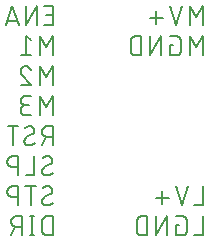
<source format=gbr>
G04 EAGLE Gerber RS-274X export*
G75*
%MOMM*%
%FSLAX34Y34*%
%LPD*%
%INSilkscreen Bottom*%
%IPPOS*%
%AMOC8*
5,1,8,0,0,1.08239X$1,22.5*%
G01*
%ADD10C,0.152400*%


D10*
X182513Y724662D02*
X189738Y724662D01*
X189738Y740918D01*
X182513Y740918D01*
X184319Y733693D02*
X189738Y733693D01*
X176221Y740918D02*
X176221Y724662D01*
X167190Y724662D02*
X176221Y740918D01*
X167190Y740918D02*
X167190Y724662D01*
X160972Y724662D02*
X155553Y740918D01*
X150134Y724662D01*
X151489Y728726D02*
X159617Y728726D01*
X189738Y715518D02*
X189738Y699262D01*
X184319Y706487D02*
X189738Y715518D01*
X184319Y706487D02*
X178901Y715518D01*
X178901Y699262D01*
X171641Y711906D02*
X167125Y715518D01*
X167125Y699262D01*
X171641Y699262D02*
X162609Y699262D01*
X189738Y690118D02*
X189738Y673862D01*
X184319Y681087D02*
X189738Y690118D01*
X184319Y681087D02*
X178901Y690118D01*
X178901Y673862D01*
X166673Y690118D02*
X166548Y690116D01*
X166423Y690110D01*
X166298Y690101D01*
X166174Y690087D01*
X166050Y690070D01*
X165926Y690049D01*
X165804Y690024D01*
X165682Y689995D01*
X165561Y689963D01*
X165441Y689927D01*
X165322Y689887D01*
X165205Y689844D01*
X165089Y689797D01*
X164974Y689746D01*
X164862Y689692D01*
X164750Y689634D01*
X164641Y689574D01*
X164534Y689509D01*
X164428Y689442D01*
X164325Y689371D01*
X164224Y689297D01*
X164125Y689220D01*
X164029Y689140D01*
X163935Y689057D01*
X163844Y688972D01*
X163755Y688883D01*
X163670Y688792D01*
X163587Y688698D01*
X163507Y688602D01*
X163430Y688503D01*
X163356Y688402D01*
X163285Y688299D01*
X163218Y688193D01*
X163153Y688086D01*
X163093Y687977D01*
X163035Y687865D01*
X162981Y687753D01*
X162930Y687638D01*
X162883Y687522D01*
X162840Y687405D01*
X162800Y687286D01*
X162764Y687166D01*
X162732Y687045D01*
X162703Y686923D01*
X162678Y686801D01*
X162657Y686677D01*
X162640Y686553D01*
X162626Y686429D01*
X162617Y686304D01*
X162611Y686179D01*
X162609Y686054D01*
X166673Y690118D02*
X166816Y690116D01*
X166958Y690110D01*
X167101Y690100D01*
X167243Y690087D01*
X167384Y690069D01*
X167526Y690048D01*
X167666Y690023D01*
X167806Y689994D01*
X167945Y689961D01*
X168083Y689924D01*
X168220Y689884D01*
X168355Y689840D01*
X168490Y689792D01*
X168623Y689740D01*
X168755Y689685D01*
X168885Y689626D01*
X169013Y689564D01*
X169140Y689498D01*
X169265Y689429D01*
X169388Y689357D01*
X169509Y689281D01*
X169627Y689202D01*
X169744Y689119D01*
X169858Y689034D01*
X169970Y688945D01*
X170079Y688854D01*
X170186Y688759D01*
X170291Y688662D01*
X170392Y688561D01*
X170491Y688458D01*
X170587Y688353D01*
X170680Y688244D01*
X170770Y688133D01*
X170857Y688020D01*
X170941Y687905D01*
X171021Y687787D01*
X171099Y687667D01*
X171173Y687545D01*
X171243Y687421D01*
X171311Y687295D01*
X171374Y687167D01*
X171435Y687038D01*
X171492Y686907D01*
X171545Y686775D01*
X171594Y686641D01*
X171640Y686506D01*
X163965Y682893D02*
X163871Y682985D01*
X163781Y683079D01*
X163693Y683176D01*
X163608Y683276D01*
X163526Y683378D01*
X163447Y683483D01*
X163372Y683590D01*
X163300Y683699D01*
X163231Y683810D01*
X163165Y683924D01*
X163103Y684039D01*
X163044Y684156D01*
X162989Y684275D01*
X162938Y684395D01*
X162890Y684517D01*
X162845Y684640D01*
X162805Y684764D01*
X162768Y684890D01*
X162735Y685017D01*
X162706Y685144D01*
X162680Y685273D01*
X162659Y685402D01*
X162641Y685532D01*
X162628Y685662D01*
X162618Y685792D01*
X162612Y685923D01*
X162610Y686054D01*
X163964Y682893D02*
X171641Y673862D01*
X162609Y673862D01*
X189738Y664718D02*
X189738Y648462D01*
X184319Y655687D02*
X189738Y664718D01*
X184319Y655687D02*
X178901Y664718D01*
X178901Y648462D01*
X171641Y648462D02*
X167125Y648462D01*
X166992Y648464D01*
X166860Y648470D01*
X166728Y648480D01*
X166596Y648493D01*
X166464Y648511D01*
X166334Y648532D01*
X166203Y648557D01*
X166074Y648586D01*
X165946Y648619D01*
X165818Y648655D01*
X165692Y648695D01*
X165567Y648739D01*
X165443Y648787D01*
X165321Y648838D01*
X165200Y648893D01*
X165081Y648951D01*
X164963Y649013D01*
X164848Y649078D01*
X164734Y649147D01*
X164623Y649218D01*
X164514Y649294D01*
X164407Y649372D01*
X164302Y649453D01*
X164200Y649538D01*
X164100Y649625D01*
X164003Y649715D01*
X163908Y649808D01*
X163817Y649904D01*
X163728Y650002D01*
X163642Y650103D01*
X163559Y650207D01*
X163479Y650313D01*
X163403Y650421D01*
X163329Y650531D01*
X163259Y650644D01*
X163192Y650758D01*
X163129Y650875D01*
X163069Y650993D01*
X163012Y651113D01*
X162959Y651235D01*
X162910Y651358D01*
X162864Y651482D01*
X162822Y651608D01*
X162784Y651735D01*
X162749Y651863D01*
X162718Y651992D01*
X162691Y652121D01*
X162668Y652252D01*
X162648Y652383D01*
X162633Y652515D01*
X162621Y652647D01*
X162613Y652779D01*
X162609Y652912D01*
X162609Y653044D01*
X162613Y653177D01*
X162621Y653309D01*
X162633Y653441D01*
X162648Y653573D01*
X162668Y653704D01*
X162691Y653835D01*
X162718Y653964D01*
X162749Y654093D01*
X162784Y654221D01*
X162822Y654348D01*
X162864Y654474D01*
X162910Y654598D01*
X162959Y654721D01*
X163012Y654843D01*
X163069Y654963D01*
X163129Y655081D01*
X163192Y655198D01*
X163259Y655312D01*
X163329Y655425D01*
X163403Y655535D01*
X163479Y655643D01*
X163559Y655749D01*
X163642Y655853D01*
X163728Y655954D01*
X163817Y656052D01*
X163908Y656148D01*
X164003Y656241D01*
X164100Y656331D01*
X164200Y656418D01*
X164302Y656503D01*
X164407Y656584D01*
X164514Y656662D01*
X164623Y656738D01*
X164734Y656809D01*
X164848Y656878D01*
X164963Y656943D01*
X165081Y657005D01*
X165200Y657063D01*
X165321Y657118D01*
X165443Y657169D01*
X165567Y657217D01*
X165692Y657261D01*
X165818Y657301D01*
X165946Y657337D01*
X166074Y657370D01*
X166203Y657399D01*
X166334Y657424D01*
X166464Y657445D01*
X166596Y657463D01*
X166728Y657476D01*
X166860Y657486D01*
X166992Y657492D01*
X167125Y657494D01*
X166222Y664718D02*
X171641Y664718D01*
X166222Y664718D02*
X166103Y664716D01*
X165983Y664710D01*
X165864Y664700D01*
X165746Y664686D01*
X165627Y664669D01*
X165510Y664647D01*
X165393Y664622D01*
X165278Y664592D01*
X165163Y664559D01*
X165049Y664522D01*
X164937Y664482D01*
X164826Y664437D01*
X164717Y664389D01*
X164609Y664338D01*
X164503Y664283D01*
X164399Y664224D01*
X164297Y664162D01*
X164197Y664097D01*
X164099Y664028D01*
X164003Y663956D01*
X163910Y663881D01*
X163820Y663804D01*
X163732Y663723D01*
X163647Y663639D01*
X163565Y663552D01*
X163485Y663463D01*
X163409Y663371D01*
X163335Y663277D01*
X163265Y663180D01*
X163198Y663082D01*
X163134Y662981D01*
X163074Y662877D01*
X163017Y662772D01*
X162964Y662665D01*
X162914Y662557D01*
X162868Y662447D01*
X162826Y662335D01*
X162787Y662222D01*
X162752Y662108D01*
X162721Y661993D01*
X162693Y661876D01*
X162670Y661759D01*
X162650Y661642D01*
X162634Y661523D01*
X162622Y661404D01*
X162614Y661285D01*
X162610Y661166D01*
X162610Y661046D01*
X162614Y660927D01*
X162622Y660808D01*
X162634Y660689D01*
X162650Y660570D01*
X162670Y660453D01*
X162693Y660336D01*
X162721Y660219D01*
X162752Y660104D01*
X162787Y659990D01*
X162826Y659877D01*
X162868Y659765D01*
X162914Y659655D01*
X162964Y659547D01*
X163017Y659440D01*
X163074Y659335D01*
X163134Y659231D01*
X163198Y659130D01*
X163265Y659032D01*
X163335Y658935D01*
X163409Y658841D01*
X163485Y658749D01*
X163565Y658660D01*
X163647Y658573D01*
X163732Y658489D01*
X163820Y658408D01*
X163910Y658331D01*
X164003Y658256D01*
X164099Y658184D01*
X164197Y658115D01*
X164297Y658050D01*
X164399Y657988D01*
X164503Y657929D01*
X164609Y657874D01*
X164717Y657823D01*
X164826Y657775D01*
X164937Y657730D01*
X165049Y657690D01*
X165163Y657653D01*
X165278Y657620D01*
X165393Y657590D01*
X165510Y657565D01*
X165627Y657543D01*
X165746Y657526D01*
X165864Y657512D01*
X165983Y657502D01*
X166103Y657496D01*
X166222Y657494D01*
X166222Y657493D02*
X169834Y657493D01*
X189738Y639318D02*
X189738Y623062D01*
X189738Y639318D02*
X185222Y639318D01*
X185089Y639316D01*
X184957Y639310D01*
X184825Y639300D01*
X184693Y639287D01*
X184561Y639269D01*
X184431Y639248D01*
X184300Y639223D01*
X184171Y639194D01*
X184043Y639161D01*
X183915Y639125D01*
X183789Y639085D01*
X183664Y639041D01*
X183540Y638993D01*
X183418Y638942D01*
X183297Y638887D01*
X183178Y638829D01*
X183060Y638767D01*
X182945Y638702D01*
X182831Y638633D01*
X182720Y638562D01*
X182611Y638486D01*
X182504Y638408D01*
X182399Y638327D01*
X182297Y638242D01*
X182197Y638155D01*
X182100Y638065D01*
X182005Y637972D01*
X181914Y637876D01*
X181825Y637778D01*
X181739Y637677D01*
X181656Y637573D01*
X181576Y637467D01*
X181500Y637359D01*
X181426Y637249D01*
X181356Y637136D01*
X181289Y637022D01*
X181226Y636905D01*
X181166Y636787D01*
X181109Y636667D01*
X181056Y636545D01*
X181007Y636422D01*
X180961Y636298D01*
X180919Y636172D01*
X180881Y636045D01*
X180846Y635917D01*
X180815Y635788D01*
X180788Y635659D01*
X180765Y635528D01*
X180745Y635397D01*
X180730Y635265D01*
X180718Y635133D01*
X180710Y635001D01*
X180706Y634868D01*
X180706Y634736D01*
X180710Y634603D01*
X180718Y634471D01*
X180730Y634339D01*
X180745Y634207D01*
X180765Y634076D01*
X180788Y633945D01*
X180815Y633816D01*
X180846Y633687D01*
X180881Y633559D01*
X180919Y633432D01*
X180961Y633306D01*
X181007Y633182D01*
X181056Y633059D01*
X181109Y632937D01*
X181166Y632817D01*
X181226Y632699D01*
X181289Y632582D01*
X181356Y632468D01*
X181426Y632355D01*
X181500Y632245D01*
X181576Y632137D01*
X181656Y632031D01*
X181739Y631927D01*
X181825Y631826D01*
X181914Y631728D01*
X182005Y631632D01*
X182100Y631539D01*
X182197Y631449D01*
X182297Y631362D01*
X182399Y631277D01*
X182504Y631196D01*
X182611Y631118D01*
X182720Y631042D01*
X182831Y630971D01*
X182945Y630902D01*
X183060Y630837D01*
X183178Y630775D01*
X183297Y630717D01*
X183418Y630662D01*
X183540Y630611D01*
X183664Y630563D01*
X183789Y630519D01*
X183915Y630479D01*
X184043Y630443D01*
X184171Y630410D01*
X184300Y630381D01*
X184431Y630356D01*
X184561Y630335D01*
X184693Y630317D01*
X184825Y630304D01*
X184957Y630294D01*
X185089Y630288D01*
X185222Y630286D01*
X185222Y630287D02*
X189738Y630287D01*
X184319Y630287D02*
X180707Y623062D01*
X169301Y623062D02*
X169183Y623064D01*
X169065Y623070D01*
X168947Y623079D01*
X168830Y623093D01*
X168713Y623110D01*
X168596Y623131D01*
X168481Y623156D01*
X168366Y623185D01*
X168252Y623218D01*
X168140Y623254D01*
X168029Y623294D01*
X167919Y623337D01*
X167810Y623384D01*
X167703Y623434D01*
X167598Y623489D01*
X167495Y623546D01*
X167394Y623607D01*
X167294Y623671D01*
X167197Y623738D01*
X167102Y623808D01*
X167010Y623882D01*
X166919Y623958D01*
X166832Y624038D01*
X166747Y624120D01*
X166665Y624205D01*
X166585Y624292D01*
X166509Y624383D01*
X166435Y624475D01*
X166365Y624570D01*
X166298Y624667D01*
X166234Y624767D01*
X166173Y624868D01*
X166116Y624971D01*
X166061Y625076D01*
X166011Y625183D01*
X165964Y625292D01*
X165921Y625402D01*
X165881Y625513D01*
X165845Y625625D01*
X165812Y625739D01*
X165783Y625854D01*
X165758Y625969D01*
X165737Y626086D01*
X165720Y626203D01*
X165706Y626320D01*
X165697Y626438D01*
X165691Y626556D01*
X165689Y626674D01*
X169301Y623062D02*
X169484Y623064D01*
X169666Y623071D01*
X169848Y623082D01*
X170030Y623097D01*
X170212Y623117D01*
X170393Y623141D01*
X170573Y623169D01*
X170753Y623201D01*
X170932Y623238D01*
X171109Y623279D01*
X171286Y623325D01*
X171462Y623374D01*
X171637Y623428D01*
X171810Y623486D01*
X171981Y623548D01*
X172152Y623614D01*
X172320Y623685D01*
X172487Y623759D01*
X172652Y623837D01*
X172815Y623919D01*
X172976Y624005D01*
X173135Y624095D01*
X173292Y624189D01*
X173446Y624286D01*
X173598Y624387D01*
X173748Y624492D01*
X173895Y624600D01*
X174039Y624711D01*
X174181Y624826D01*
X174320Y624945D01*
X174456Y625067D01*
X174589Y625192D01*
X174719Y625320D01*
X174267Y635706D02*
X174265Y635824D01*
X174259Y635942D01*
X174250Y636060D01*
X174236Y636177D01*
X174219Y636294D01*
X174198Y636411D01*
X174173Y636526D01*
X174144Y636641D01*
X174111Y636755D01*
X174075Y636867D01*
X174035Y636978D01*
X173992Y637088D01*
X173945Y637197D01*
X173895Y637304D01*
X173840Y637409D01*
X173783Y637512D01*
X173722Y637613D01*
X173658Y637713D01*
X173591Y637810D01*
X173521Y637905D01*
X173447Y637997D01*
X173371Y638088D01*
X173291Y638175D01*
X173209Y638260D01*
X173124Y638342D01*
X173037Y638422D01*
X172946Y638498D01*
X172854Y638572D01*
X172759Y638642D01*
X172662Y638709D01*
X172562Y638773D01*
X172461Y638834D01*
X172358Y638891D01*
X172253Y638946D01*
X172146Y638996D01*
X172037Y639043D01*
X171927Y639086D01*
X171816Y639126D01*
X171704Y639162D01*
X171590Y639195D01*
X171475Y639224D01*
X171360Y639249D01*
X171243Y639270D01*
X171126Y639287D01*
X171009Y639301D01*
X170891Y639310D01*
X170773Y639316D01*
X170655Y639318D01*
X170494Y639316D01*
X170332Y639310D01*
X170171Y639301D01*
X170010Y639287D01*
X169850Y639270D01*
X169690Y639249D01*
X169530Y639224D01*
X169371Y639195D01*
X169213Y639163D01*
X169056Y639127D01*
X168900Y639087D01*
X168744Y639043D01*
X168590Y638995D01*
X168437Y638944D01*
X168285Y638890D01*
X168134Y638831D01*
X167985Y638770D01*
X167838Y638704D01*
X167692Y638635D01*
X167547Y638563D01*
X167405Y638487D01*
X167264Y638408D01*
X167125Y638326D01*
X166989Y638240D01*
X166854Y638151D01*
X166721Y638059D01*
X166591Y637963D01*
X172462Y632545D02*
X172563Y632607D01*
X172663Y632672D01*
X172760Y632741D01*
X172855Y632813D01*
X172948Y632887D01*
X173038Y632965D01*
X173126Y633046D01*
X173211Y633129D01*
X173293Y633215D01*
X173372Y633304D01*
X173449Y633395D01*
X173522Y633489D01*
X173593Y633585D01*
X173660Y633683D01*
X173724Y633783D01*
X173785Y633886D01*
X173842Y633990D01*
X173896Y634096D01*
X173946Y634204D01*
X173993Y634313D01*
X174037Y634424D01*
X174077Y634536D01*
X174113Y634650D01*
X174145Y634764D01*
X174174Y634880D01*
X174199Y634996D01*
X174220Y635113D01*
X174237Y635231D01*
X174251Y635349D01*
X174260Y635468D01*
X174266Y635587D01*
X174268Y635706D01*
X167494Y629835D02*
X167393Y629773D01*
X167293Y629708D01*
X167196Y629639D01*
X167101Y629567D01*
X167008Y629493D01*
X166918Y629415D01*
X166830Y629334D01*
X166745Y629251D01*
X166663Y629165D01*
X166584Y629076D01*
X166507Y628985D01*
X166434Y628891D01*
X166363Y628795D01*
X166296Y628697D01*
X166232Y628597D01*
X166171Y628494D01*
X166114Y628390D01*
X166060Y628284D01*
X166010Y628176D01*
X165963Y628067D01*
X165919Y627956D01*
X165879Y627844D01*
X165843Y627730D01*
X165811Y627616D01*
X165782Y627500D01*
X165757Y627384D01*
X165736Y627267D01*
X165719Y627149D01*
X165705Y627031D01*
X165696Y626912D01*
X165690Y626793D01*
X165688Y626674D01*
X167495Y629835D02*
X172462Y632545D01*
X156136Y639318D02*
X156136Y623062D01*
X160651Y639318D02*
X151620Y639318D01*
X180707Y601274D02*
X180709Y601156D01*
X180715Y601038D01*
X180724Y600920D01*
X180738Y600803D01*
X180755Y600686D01*
X180776Y600569D01*
X180801Y600454D01*
X180830Y600339D01*
X180863Y600225D01*
X180899Y600113D01*
X180939Y600002D01*
X180982Y599892D01*
X181029Y599783D01*
X181079Y599676D01*
X181134Y599571D01*
X181191Y599468D01*
X181252Y599367D01*
X181316Y599267D01*
X181383Y599170D01*
X181453Y599075D01*
X181527Y598983D01*
X181603Y598892D01*
X181683Y598805D01*
X181765Y598720D01*
X181850Y598638D01*
X181937Y598558D01*
X182028Y598482D01*
X182120Y598408D01*
X182215Y598338D01*
X182312Y598271D01*
X182412Y598207D01*
X182513Y598146D01*
X182616Y598089D01*
X182721Y598034D01*
X182828Y597984D01*
X182937Y597937D01*
X183047Y597894D01*
X183158Y597854D01*
X183270Y597818D01*
X183384Y597785D01*
X183499Y597756D01*
X183614Y597731D01*
X183731Y597710D01*
X183848Y597693D01*
X183965Y597679D01*
X184083Y597670D01*
X184201Y597664D01*
X184319Y597662D01*
X184502Y597664D01*
X184684Y597671D01*
X184866Y597682D01*
X185048Y597697D01*
X185230Y597717D01*
X185411Y597741D01*
X185591Y597769D01*
X185771Y597801D01*
X185950Y597838D01*
X186127Y597879D01*
X186304Y597925D01*
X186480Y597974D01*
X186655Y598028D01*
X186828Y598086D01*
X186999Y598148D01*
X187170Y598214D01*
X187338Y598285D01*
X187505Y598359D01*
X187670Y598437D01*
X187833Y598519D01*
X187994Y598605D01*
X188153Y598695D01*
X188310Y598789D01*
X188464Y598886D01*
X188616Y598987D01*
X188766Y599092D01*
X188913Y599200D01*
X189057Y599311D01*
X189199Y599426D01*
X189338Y599545D01*
X189474Y599667D01*
X189607Y599792D01*
X189737Y599920D01*
X189286Y610306D02*
X189284Y610424D01*
X189278Y610542D01*
X189269Y610660D01*
X189255Y610777D01*
X189238Y610894D01*
X189217Y611011D01*
X189192Y611126D01*
X189163Y611241D01*
X189130Y611355D01*
X189094Y611467D01*
X189054Y611578D01*
X189011Y611688D01*
X188964Y611797D01*
X188914Y611904D01*
X188859Y612009D01*
X188802Y612112D01*
X188741Y612213D01*
X188677Y612313D01*
X188610Y612410D01*
X188540Y612505D01*
X188466Y612597D01*
X188390Y612688D01*
X188310Y612775D01*
X188228Y612860D01*
X188143Y612942D01*
X188056Y613022D01*
X187965Y613098D01*
X187873Y613172D01*
X187778Y613242D01*
X187681Y613309D01*
X187581Y613373D01*
X187480Y613434D01*
X187377Y613491D01*
X187272Y613546D01*
X187165Y613596D01*
X187056Y613643D01*
X186946Y613686D01*
X186835Y613726D01*
X186723Y613762D01*
X186609Y613795D01*
X186494Y613824D01*
X186379Y613849D01*
X186262Y613870D01*
X186145Y613887D01*
X186028Y613901D01*
X185910Y613910D01*
X185792Y613916D01*
X185674Y613918D01*
X185513Y613916D01*
X185351Y613910D01*
X185190Y613901D01*
X185029Y613887D01*
X184869Y613870D01*
X184709Y613849D01*
X184549Y613824D01*
X184390Y613795D01*
X184232Y613763D01*
X184075Y613727D01*
X183919Y613687D01*
X183763Y613643D01*
X183609Y613595D01*
X183456Y613544D01*
X183304Y613490D01*
X183153Y613431D01*
X183004Y613370D01*
X182857Y613304D01*
X182711Y613235D01*
X182566Y613163D01*
X182424Y613087D01*
X182283Y613008D01*
X182144Y612926D01*
X182008Y612840D01*
X181873Y612751D01*
X181740Y612659D01*
X181610Y612563D01*
X187481Y607145D02*
X187582Y607207D01*
X187682Y607272D01*
X187779Y607341D01*
X187874Y607413D01*
X187967Y607487D01*
X188057Y607565D01*
X188145Y607646D01*
X188230Y607729D01*
X188312Y607815D01*
X188391Y607904D01*
X188468Y607995D01*
X188541Y608089D01*
X188612Y608185D01*
X188679Y608283D01*
X188743Y608383D01*
X188804Y608486D01*
X188861Y608590D01*
X188915Y608696D01*
X188965Y608804D01*
X189012Y608913D01*
X189056Y609024D01*
X189096Y609136D01*
X189132Y609250D01*
X189164Y609364D01*
X189193Y609480D01*
X189218Y609596D01*
X189239Y609713D01*
X189256Y609831D01*
X189270Y609949D01*
X189279Y610068D01*
X189285Y610187D01*
X189287Y610306D01*
X182513Y604435D02*
X182412Y604373D01*
X182312Y604308D01*
X182215Y604239D01*
X182120Y604167D01*
X182027Y604093D01*
X181937Y604015D01*
X181849Y603934D01*
X181764Y603851D01*
X181682Y603765D01*
X181603Y603676D01*
X181526Y603585D01*
X181453Y603491D01*
X181382Y603395D01*
X181315Y603297D01*
X181251Y603197D01*
X181190Y603094D01*
X181133Y602990D01*
X181079Y602884D01*
X181029Y602776D01*
X180982Y602667D01*
X180938Y602556D01*
X180898Y602444D01*
X180862Y602330D01*
X180830Y602216D01*
X180801Y602100D01*
X180776Y601984D01*
X180755Y601867D01*
X180738Y601749D01*
X180724Y601631D01*
X180715Y601512D01*
X180709Y601393D01*
X180707Y601274D01*
X182513Y604435D02*
X187480Y607145D01*
X174077Y613918D02*
X174077Y597662D01*
X166852Y597662D01*
X160349Y597662D02*
X160349Y613918D01*
X155833Y613918D01*
X155700Y613916D01*
X155568Y613910D01*
X155436Y613900D01*
X155304Y613887D01*
X155172Y613869D01*
X155042Y613848D01*
X154911Y613823D01*
X154782Y613794D01*
X154654Y613761D01*
X154526Y613725D01*
X154400Y613685D01*
X154275Y613641D01*
X154151Y613593D01*
X154029Y613542D01*
X153908Y613487D01*
X153789Y613429D01*
X153671Y613367D01*
X153556Y613302D01*
X153442Y613233D01*
X153331Y613162D01*
X153222Y613086D01*
X153115Y613008D01*
X153010Y612927D01*
X152908Y612842D01*
X152808Y612755D01*
X152711Y612665D01*
X152616Y612572D01*
X152525Y612476D01*
X152436Y612378D01*
X152350Y612277D01*
X152267Y612173D01*
X152187Y612067D01*
X152111Y611959D01*
X152037Y611849D01*
X151967Y611736D01*
X151900Y611622D01*
X151837Y611505D01*
X151777Y611387D01*
X151720Y611267D01*
X151667Y611145D01*
X151618Y611022D01*
X151572Y610898D01*
X151530Y610772D01*
X151492Y610645D01*
X151457Y610517D01*
X151426Y610388D01*
X151399Y610259D01*
X151376Y610128D01*
X151356Y609997D01*
X151341Y609865D01*
X151329Y609733D01*
X151321Y609601D01*
X151317Y609468D01*
X151317Y609336D01*
X151321Y609203D01*
X151329Y609071D01*
X151341Y608939D01*
X151356Y608807D01*
X151376Y608676D01*
X151399Y608545D01*
X151426Y608416D01*
X151457Y608287D01*
X151492Y608159D01*
X151530Y608032D01*
X151572Y607906D01*
X151618Y607782D01*
X151667Y607659D01*
X151720Y607537D01*
X151777Y607417D01*
X151837Y607299D01*
X151900Y607182D01*
X151967Y607068D01*
X152037Y606955D01*
X152111Y606845D01*
X152187Y606737D01*
X152267Y606631D01*
X152350Y606527D01*
X152436Y606426D01*
X152525Y606328D01*
X152616Y606232D01*
X152711Y606139D01*
X152808Y606049D01*
X152908Y605962D01*
X153010Y605877D01*
X153115Y605796D01*
X153222Y605718D01*
X153331Y605642D01*
X153442Y605571D01*
X153556Y605502D01*
X153671Y605437D01*
X153789Y605375D01*
X153908Y605317D01*
X154029Y605262D01*
X154151Y605211D01*
X154275Y605163D01*
X154400Y605119D01*
X154526Y605079D01*
X154654Y605043D01*
X154782Y605010D01*
X154911Y604981D01*
X155042Y604956D01*
X155172Y604935D01*
X155304Y604917D01*
X155436Y604904D01*
X155568Y604894D01*
X155700Y604888D01*
X155833Y604886D01*
X155833Y604887D02*
X160349Y604887D01*
X180707Y575874D02*
X180709Y575756D01*
X180715Y575638D01*
X180724Y575520D01*
X180738Y575403D01*
X180755Y575286D01*
X180776Y575169D01*
X180801Y575054D01*
X180830Y574939D01*
X180863Y574825D01*
X180899Y574713D01*
X180939Y574602D01*
X180982Y574492D01*
X181029Y574383D01*
X181079Y574276D01*
X181134Y574171D01*
X181191Y574068D01*
X181252Y573967D01*
X181316Y573867D01*
X181383Y573770D01*
X181453Y573675D01*
X181527Y573583D01*
X181603Y573492D01*
X181683Y573405D01*
X181765Y573320D01*
X181850Y573238D01*
X181937Y573158D01*
X182028Y573082D01*
X182120Y573008D01*
X182215Y572938D01*
X182312Y572871D01*
X182412Y572807D01*
X182513Y572746D01*
X182616Y572689D01*
X182721Y572634D01*
X182828Y572584D01*
X182937Y572537D01*
X183047Y572494D01*
X183158Y572454D01*
X183270Y572418D01*
X183384Y572385D01*
X183499Y572356D01*
X183614Y572331D01*
X183731Y572310D01*
X183848Y572293D01*
X183965Y572279D01*
X184083Y572270D01*
X184201Y572264D01*
X184319Y572262D01*
X184502Y572264D01*
X184684Y572271D01*
X184866Y572282D01*
X185048Y572297D01*
X185230Y572317D01*
X185411Y572341D01*
X185591Y572369D01*
X185771Y572401D01*
X185950Y572438D01*
X186127Y572479D01*
X186304Y572525D01*
X186480Y572574D01*
X186655Y572628D01*
X186828Y572686D01*
X186999Y572748D01*
X187170Y572814D01*
X187338Y572885D01*
X187505Y572959D01*
X187670Y573037D01*
X187833Y573119D01*
X187994Y573205D01*
X188153Y573295D01*
X188310Y573389D01*
X188464Y573486D01*
X188616Y573587D01*
X188766Y573692D01*
X188913Y573800D01*
X189057Y573911D01*
X189199Y574026D01*
X189338Y574145D01*
X189474Y574267D01*
X189607Y574392D01*
X189737Y574520D01*
X189286Y584906D02*
X189284Y585024D01*
X189278Y585142D01*
X189269Y585260D01*
X189255Y585377D01*
X189238Y585494D01*
X189217Y585611D01*
X189192Y585726D01*
X189163Y585841D01*
X189130Y585955D01*
X189094Y586067D01*
X189054Y586178D01*
X189011Y586288D01*
X188964Y586397D01*
X188914Y586504D01*
X188859Y586609D01*
X188802Y586712D01*
X188741Y586813D01*
X188677Y586913D01*
X188610Y587010D01*
X188540Y587105D01*
X188466Y587197D01*
X188390Y587288D01*
X188310Y587375D01*
X188228Y587460D01*
X188143Y587542D01*
X188056Y587622D01*
X187965Y587698D01*
X187873Y587772D01*
X187778Y587842D01*
X187681Y587909D01*
X187581Y587973D01*
X187480Y588034D01*
X187377Y588091D01*
X187272Y588146D01*
X187165Y588196D01*
X187056Y588243D01*
X186946Y588286D01*
X186835Y588326D01*
X186723Y588362D01*
X186609Y588395D01*
X186494Y588424D01*
X186379Y588449D01*
X186262Y588470D01*
X186145Y588487D01*
X186028Y588501D01*
X185910Y588510D01*
X185792Y588516D01*
X185674Y588518D01*
X185513Y588516D01*
X185351Y588510D01*
X185190Y588501D01*
X185029Y588487D01*
X184869Y588470D01*
X184709Y588449D01*
X184549Y588424D01*
X184390Y588395D01*
X184232Y588363D01*
X184075Y588327D01*
X183919Y588287D01*
X183763Y588243D01*
X183609Y588195D01*
X183456Y588144D01*
X183304Y588090D01*
X183153Y588031D01*
X183004Y587970D01*
X182857Y587904D01*
X182711Y587835D01*
X182566Y587763D01*
X182424Y587687D01*
X182283Y587608D01*
X182144Y587526D01*
X182008Y587440D01*
X181873Y587351D01*
X181740Y587259D01*
X181610Y587163D01*
X187481Y581745D02*
X187582Y581807D01*
X187682Y581872D01*
X187779Y581941D01*
X187874Y582013D01*
X187967Y582087D01*
X188057Y582165D01*
X188145Y582246D01*
X188230Y582329D01*
X188312Y582415D01*
X188391Y582504D01*
X188468Y582595D01*
X188541Y582689D01*
X188612Y582785D01*
X188679Y582883D01*
X188743Y582983D01*
X188804Y583086D01*
X188861Y583190D01*
X188915Y583296D01*
X188965Y583404D01*
X189012Y583513D01*
X189056Y583624D01*
X189096Y583736D01*
X189132Y583850D01*
X189164Y583964D01*
X189193Y584080D01*
X189218Y584196D01*
X189239Y584313D01*
X189256Y584431D01*
X189270Y584549D01*
X189279Y584668D01*
X189285Y584787D01*
X189287Y584906D01*
X182513Y579035D02*
X182412Y578973D01*
X182312Y578908D01*
X182215Y578839D01*
X182120Y578767D01*
X182027Y578693D01*
X181937Y578615D01*
X181849Y578534D01*
X181764Y578451D01*
X181682Y578365D01*
X181603Y578276D01*
X181526Y578185D01*
X181453Y578091D01*
X181382Y577995D01*
X181315Y577897D01*
X181251Y577797D01*
X181190Y577694D01*
X181133Y577590D01*
X181079Y577484D01*
X181029Y577376D01*
X180982Y577267D01*
X180938Y577156D01*
X180898Y577044D01*
X180862Y576930D01*
X180830Y576816D01*
X180801Y576700D01*
X180776Y576584D01*
X180755Y576467D01*
X180738Y576349D01*
X180724Y576231D01*
X180715Y576112D01*
X180709Y575993D01*
X180707Y575874D01*
X182513Y579035D02*
X187480Y581745D01*
X171154Y588518D02*
X171154Y572262D01*
X175670Y588518D02*
X166639Y588518D01*
X160349Y588518D02*
X160349Y572262D01*
X160349Y588518D02*
X155833Y588518D01*
X155700Y588516D01*
X155568Y588510D01*
X155436Y588500D01*
X155304Y588487D01*
X155172Y588469D01*
X155042Y588448D01*
X154911Y588423D01*
X154782Y588394D01*
X154654Y588361D01*
X154526Y588325D01*
X154400Y588285D01*
X154275Y588241D01*
X154151Y588193D01*
X154029Y588142D01*
X153908Y588087D01*
X153789Y588029D01*
X153671Y587967D01*
X153556Y587902D01*
X153442Y587833D01*
X153331Y587762D01*
X153222Y587686D01*
X153115Y587608D01*
X153010Y587527D01*
X152908Y587442D01*
X152808Y587355D01*
X152711Y587265D01*
X152616Y587172D01*
X152525Y587076D01*
X152436Y586978D01*
X152350Y586877D01*
X152267Y586773D01*
X152187Y586667D01*
X152111Y586559D01*
X152037Y586449D01*
X151967Y586336D01*
X151900Y586222D01*
X151837Y586105D01*
X151777Y585987D01*
X151720Y585867D01*
X151667Y585745D01*
X151618Y585622D01*
X151572Y585498D01*
X151530Y585372D01*
X151492Y585245D01*
X151457Y585117D01*
X151426Y584988D01*
X151399Y584859D01*
X151376Y584728D01*
X151356Y584597D01*
X151341Y584465D01*
X151329Y584333D01*
X151321Y584201D01*
X151317Y584068D01*
X151317Y583936D01*
X151321Y583803D01*
X151329Y583671D01*
X151341Y583539D01*
X151356Y583407D01*
X151376Y583276D01*
X151399Y583145D01*
X151426Y583016D01*
X151457Y582887D01*
X151492Y582759D01*
X151530Y582632D01*
X151572Y582506D01*
X151618Y582382D01*
X151667Y582259D01*
X151720Y582137D01*
X151777Y582017D01*
X151837Y581899D01*
X151900Y581782D01*
X151967Y581668D01*
X152037Y581555D01*
X152111Y581445D01*
X152187Y581337D01*
X152267Y581231D01*
X152350Y581127D01*
X152436Y581026D01*
X152525Y580928D01*
X152616Y580832D01*
X152711Y580739D01*
X152808Y580649D01*
X152908Y580562D01*
X153010Y580477D01*
X153115Y580396D01*
X153222Y580318D01*
X153331Y580242D01*
X153442Y580171D01*
X153556Y580102D01*
X153671Y580037D01*
X153789Y579975D01*
X153908Y579917D01*
X154029Y579862D01*
X154151Y579811D01*
X154275Y579763D01*
X154400Y579719D01*
X154526Y579679D01*
X154654Y579643D01*
X154782Y579610D01*
X154911Y579581D01*
X155042Y579556D01*
X155172Y579535D01*
X155304Y579517D01*
X155436Y579504D01*
X155568Y579494D01*
X155700Y579488D01*
X155833Y579486D01*
X155833Y579487D02*
X160349Y579487D01*
X189738Y563118D02*
X189738Y546862D01*
X189738Y563118D02*
X185222Y563118D01*
X185091Y563116D01*
X184959Y563110D01*
X184828Y563101D01*
X184698Y563087D01*
X184567Y563070D01*
X184438Y563049D01*
X184309Y563025D01*
X184181Y562996D01*
X184053Y562964D01*
X183927Y562928D01*
X183802Y562889D01*
X183677Y562846D01*
X183555Y562799D01*
X183433Y562749D01*
X183313Y562695D01*
X183195Y562638D01*
X183079Y562577D01*
X182964Y562513D01*
X182851Y562446D01*
X182740Y562375D01*
X182632Y562301D01*
X182525Y562224D01*
X182421Y562144D01*
X182319Y562061D01*
X182220Y561976D01*
X182123Y561887D01*
X182029Y561795D01*
X181937Y561701D01*
X181848Y561604D01*
X181763Y561505D01*
X181680Y561403D01*
X181600Y561299D01*
X181523Y561192D01*
X181449Y561084D01*
X181378Y560973D01*
X181311Y560860D01*
X181247Y560745D01*
X181186Y560629D01*
X181129Y560511D01*
X181075Y560391D01*
X181025Y560269D01*
X180978Y560147D01*
X180935Y560022D01*
X180896Y559897D01*
X180860Y559771D01*
X180828Y559643D01*
X180799Y559515D01*
X180775Y559386D01*
X180754Y559257D01*
X180737Y559126D01*
X180723Y558996D01*
X180714Y558865D01*
X180708Y558733D01*
X180706Y558602D01*
X180707Y558602D02*
X180707Y551378D01*
X180706Y551378D02*
X180708Y551247D01*
X180714Y551115D01*
X180723Y550984D01*
X180737Y550854D01*
X180754Y550723D01*
X180775Y550594D01*
X180799Y550465D01*
X180828Y550337D01*
X180860Y550209D01*
X180896Y550083D01*
X180935Y549958D01*
X180978Y549833D01*
X181025Y549711D01*
X181075Y549589D01*
X181129Y549469D01*
X181186Y549351D01*
X181247Y549235D01*
X181311Y549120D01*
X181378Y549007D01*
X181449Y548896D01*
X181523Y548788D01*
X181600Y548681D01*
X181680Y548577D01*
X181763Y548475D01*
X181848Y548376D01*
X181937Y548279D01*
X182029Y548185D01*
X182123Y548093D01*
X182220Y548004D01*
X182319Y547919D01*
X182421Y547836D01*
X182525Y547756D01*
X182632Y547679D01*
X182740Y547605D01*
X182851Y547534D01*
X182964Y547467D01*
X183079Y547403D01*
X183195Y547342D01*
X183313Y547285D01*
X183433Y547231D01*
X183555Y547181D01*
X183677Y547134D01*
X183802Y547091D01*
X183927Y547052D01*
X184053Y547016D01*
X184181Y546984D01*
X184309Y546955D01*
X184438Y546931D01*
X184567Y546910D01*
X184698Y546893D01*
X184828Y546879D01*
X184959Y546870D01*
X185091Y546864D01*
X185222Y546862D01*
X189738Y546862D01*
X172196Y546862D02*
X172196Y563118D01*
X174003Y546862D02*
X170390Y546862D01*
X170390Y563118D02*
X174003Y563118D01*
X163594Y563118D02*
X163594Y546862D01*
X163594Y563118D02*
X159079Y563118D01*
X158946Y563116D01*
X158814Y563110D01*
X158682Y563100D01*
X158550Y563087D01*
X158418Y563069D01*
X158288Y563048D01*
X158157Y563023D01*
X158028Y562994D01*
X157900Y562961D01*
X157772Y562925D01*
X157646Y562885D01*
X157521Y562841D01*
X157397Y562793D01*
X157275Y562742D01*
X157154Y562687D01*
X157035Y562629D01*
X156917Y562567D01*
X156802Y562502D01*
X156688Y562433D01*
X156577Y562362D01*
X156468Y562286D01*
X156361Y562208D01*
X156256Y562127D01*
X156154Y562042D01*
X156054Y561955D01*
X155957Y561865D01*
X155862Y561772D01*
X155771Y561676D01*
X155682Y561578D01*
X155596Y561477D01*
X155513Y561373D01*
X155433Y561267D01*
X155357Y561159D01*
X155283Y561049D01*
X155213Y560936D01*
X155146Y560822D01*
X155083Y560705D01*
X155023Y560587D01*
X154966Y560467D01*
X154913Y560345D01*
X154864Y560222D01*
X154818Y560098D01*
X154776Y559972D01*
X154738Y559845D01*
X154703Y559717D01*
X154672Y559588D01*
X154645Y559459D01*
X154622Y559328D01*
X154602Y559197D01*
X154587Y559065D01*
X154575Y558933D01*
X154567Y558801D01*
X154563Y558668D01*
X154563Y558536D01*
X154567Y558403D01*
X154575Y558271D01*
X154587Y558139D01*
X154602Y558007D01*
X154622Y557876D01*
X154645Y557745D01*
X154672Y557616D01*
X154703Y557487D01*
X154738Y557359D01*
X154776Y557232D01*
X154818Y557106D01*
X154864Y556982D01*
X154913Y556859D01*
X154966Y556737D01*
X155023Y556617D01*
X155083Y556499D01*
X155146Y556382D01*
X155213Y556268D01*
X155283Y556155D01*
X155357Y556045D01*
X155433Y555937D01*
X155513Y555831D01*
X155596Y555727D01*
X155682Y555626D01*
X155771Y555528D01*
X155862Y555432D01*
X155957Y555339D01*
X156054Y555249D01*
X156154Y555162D01*
X156256Y555077D01*
X156361Y554996D01*
X156468Y554918D01*
X156577Y554842D01*
X156688Y554771D01*
X156802Y554702D01*
X156917Y554637D01*
X157035Y554575D01*
X157154Y554517D01*
X157275Y554462D01*
X157397Y554411D01*
X157521Y554363D01*
X157646Y554319D01*
X157772Y554279D01*
X157900Y554243D01*
X158028Y554210D01*
X158157Y554181D01*
X158288Y554156D01*
X158418Y554135D01*
X158550Y554117D01*
X158682Y554104D01*
X158814Y554094D01*
X158946Y554088D01*
X159079Y554086D01*
X159079Y554087D02*
X163594Y554087D01*
X158176Y554087D02*
X154563Y546862D01*
X316738Y546862D02*
X316738Y563118D01*
X316738Y546862D02*
X309513Y546862D01*
X296899Y555893D02*
X294190Y555893D01*
X294190Y546862D01*
X299608Y546862D01*
X299726Y546864D01*
X299844Y546870D01*
X299962Y546879D01*
X300079Y546893D01*
X300196Y546910D01*
X300313Y546931D01*
X300428Y546956D01*
X300543Y546985D01*
X300657Y547018D01*
X300769Y547054D01*
X300880Y547094D01*
X300990Y547137D01*
X301099Y547184D01*
X301206Y547234D01*
X301311Y547289D01*
X301414Y547346D01*
X301515Y547407D01*
X301615Y547471D01*
X301712Y547538D01*
X301807Y547608D01*
X301899Y547682D01*
X301990Y547758D01*
X302077Y547838D01*
X302162Y547920D01*
X302244Y548005D01*
X302324Y548092D01*
X302400Y548183D01*
X302474Y548275D01*
X302544Y548370D01*
X302611Y548467D01*
X302675Y548567D01*
X302736Y548668D01*
X302793Y548771D01*
X302848Y548876D01*
X302898Y548983D01*
X302945Y549092D01*
X302988Y549202D01*
X303028Y549313D01*
X303064Y549425D01*
X303097Y549539D01*
X303126Y549654D01*
X303151Y549769D01*
X303172Y549886D01*
X303189Y550003D01*
X303203Y550120D01*
X303212Y550238D01*
X303218Y550356D01*
X303220Y550474D01*
X303221Y550474D02*
X303221Y559506D01*
X303220Y559506D02*
X303218Y559624D01*
X303212Y559742D01*
X303203Y559860D01*
X303189Y559977D01*
X303172Y560094D01*
X303151Y560211D01*
X303126Y560326D01*
X303097Y560441D01*
X303064Y560555D01*
X303028Y560667D01*
X302988Y560778D01*
X302945Y560888D01*
X302898Y560997D01*
X302848Y561104D01*
X302793Y561209D01*
X302736Y561312D01*
X302675Y561413D01*
X302611Y561513D01*
X302544Y561610D01*
X302474Y561705D01*
X302400Y561797D01*
X302324Y561888D01*
X302244Y561975D01*
X302162Y562060D01*
X302077Y562142D01*
X301990Y562222D01*
X301899Y562298D01*
X301807Y562372D01*
X301712Y562442D01*
X301615Y562509D01*
X301515Y562573D01*
X301414Y562634D01*
X301311Y562691D01*
X301206Y562746D01*
X301099Y562796D01*
X300990Y562843D01*
X300880Y562886D01*
X300769Y562926D01*
X300657Y562962D01*
X300543Y562995D01*
X300428Y563024D01*
X300313Y563049D01*
X300196Y563070D01*
X300079Y563087D01*
X299962Y563101D01*
X299844Y563110D01*
X299726Y563116D01*
X299608Y563118D01*
X294190Y563118D01*
X286547Y563118D02*
X286547Y546862D01*
X277516Y546862D02*
X286547Y563118D01*
X277516Y563118D02*
X277516Y546862D01*
X269874Y546862D02*
X269874Y563118D01*
X265359Y563118D01*
X265228Y563116D01*
X265096Y563110D01*
X264965Y563101D01*
X264835Y563087D01*
X264704Y563070D01*
X264575Y563049D01*
X264446Y563025D01*
X264318Y562996D01*
X264190Y562964D01*
X264064Y562928D01*
X263939Y562889D01*
X263814Y562846D01*
X263692Y562799D01*
X263570Y562749D01*
X263450Y562695D01*
X263332Y562638D01*
X263216Y562577D01*
X263101Y562513D01*
X262988Y562446D01*
X262877Y562375D01*
X262769Y562301D01*
X262662Y562224D01*
X262558Y562144D01*
X262456Y562061D01*
X262357Y561976D01*
X262260Y561887D01*
X262166Y561795D01*
X262074Y561701D01*
X261985Y561604D01*
X261900Y561505D01*
X261817Y561403D01*
X261737Y561299D01*
X261660Y561192D01*
X261586Y561084D01*
X261515Y560973D01*
X261448Y560860D01*
X261384Y560745D01*
X261323Y560629D01*
X261266Y560511D01*
X261212Y560391D01*
X261162Y560269D01*
X261115Y560147D01*
X261072Y560022D01*
X261033Y559897D01*
X260997Y559771D01*
X260965Y559643D01*
X260936Y559515D01*
X260912Y559386D01*
X260891Y559257D01*
X260874Y559126D01*
X260860Y558996D01*
X260851Y558865D01*
X260845Y558733D01*
X260843Y558602D01*
X260843Y551378D01*
X260845Y551247D01*
X260851Y551115D01*
X260860Y550984D01*
X260874Y550854D01*
X260891Y550723D01*
X260912Y550594D01*
X260936Y550465D01*
X260965Y550337D01*
X260997Y550209D01*
X261033Y550083D01*
X261072Y549958D01*
X261115Y549833D01*
X261162Y549711D01*
X261212Y549589D01*
X261266Y549469D01*
X261323Y549351D01*
X261384Y549235D01*
X261448Y549120D01*
X261515Y549007D01*
X261586Y548896D01*
X261660Y548788D01*
X261737Y548681D01*
X261817Y548577D01*
X261900Y548475D01*
X261985Y548376D01*
X262074Y548279D01*
X262166Y548185D01*
X262260Y548093D01*
X262357Y548004D01*
X262456Y547919D01*
X262558Y547836D01*
X262662Y547756D01*
X262769Y547679D01*
X262877Y547605D01*
X262988Y547534D01*
X263101Y547467D01*
X263216Y547403D01*
X263332Y547342D01*
X263450Y547285D01*
X263570Y547231D01*
X263692Y547181D01*
X263814Y547134D01*
X263939Y547091D01*
X264064Y547052D01*
X264190Y547016D01*
X264318Y546984D01*
X264446Y546955D01*
X264575Y546931D01*
X264704Y546910D01*
X264835Y546893D01*
X264965Y546879D01*
X265096Y546870D01*
X265228Y546864D01*
X265359Y546862D01*
X269874Y546862D01*
X316738Y572262D02*
X316738Y588518D01*
X316738Y572262D02*
X309513Y572262D01*
X299226Y572262D02*
X304645Y588518D01*
X293808Y588518D02*
X299226Y572262D01*
X287972Y578584D02*
X277134Y578584D01*
X282553Y584002D02*
X282553Y573165D01*
X316738Y699262D02*
X316738Y715518D01*
X311319Y706487D01*
X305901Y715518D01*
X305901Y699262D01*
X291798Y708293D02*
X289088Y708293D01*
X289088Y699262D01*
X294507Y699262D01*
X294625Y699264D01*
X294743Y699270D01*
X294861Y699279D01*
X294978Y699293D01*
X295095Y699310D01*
X295212Y699331D01*
X295327Y699356D01*
X295442Y699385D01*
X295556Y699418D01*
X295668Y699454D01*
X295779Y699494D01*
X295889Y699537D01*
X295998Y699584D01*
X296105Y699634D01*
X296210Y699689D01*
X296313Y699746D01*
X296414Y699807D01*
X296514Y699871D01*
X296611Y699938D01*
X296706Y700008D01*
X296798Y700082D01*
X296889Y700158D01*
X296976Y700238D01*
X297061Y700320D01*
X297143Y700405D01*
X297223Y700492D01*
X297299Y700583D01*
X297373Y700675D01*
X297443Y700770D01*
X297510Y700867D01*
X297574Y700967D01*
X297635Y701068D01*
X297692Y701171D01*
X297747Y701276D01*
X297797Y701383D01*
X297844Y701492D01*
X297887Y701602D01*
X297927Y701713D01*
X297963Y701825D01*
X297996Y701939D01*
X298025Y702054D01*
X298050Y702169D01*
X298071Y702286D01*
X298088Y702403D01*
X298102Y702520D01*
X298111Y702638D01*
X298117Y702756D01*
X298119Y702874D01*
X298119Y711906D01*
X298117Y712024D01*
X298111Y712142D01*
X298102Y712260D01*
X298088Y712377D01*
X298071Y712494D01*
X298050Y712611D01*
X298025Y712726D01*
X297996Y712841D01*
X297963Y712955D01*
X297927Y713067D01*
X297887Y713178D01*
X297844Y713288D01*
X297797Y713397D01*
X297747Y713504D01*
X297692Y713609D01*
X297635Y713712D01*
X297574Y713813D01*
X297510Y713913D01*
X297443Y714010D01*
X297373Y714105D01*
X297299Y714197D01*
X297223Y714288D01*
X297143Y714375D01*
X297061Y714460D01*
X296976Y714542D01*
X296889Y714622D01*
X296798Y714698D01*
X296706Y714772D01*
X296611Y714842D01*
X296514Y714909D01*
X296414Y714973D01*
X296313Y715034D01*
X296210Y715091D01*
X296105Y715146D01*
X295998Y715196D01*
X295889Y715243D01*
X295779Y715286D01*
X295668Y715326D01*
X295556Y715362D01*
X295442Y715395D01*
X295327Y715424D01*
X295212Y715449D01*
X295095Y715470D01*
X294978Y715487D01*
X294861Y715501D01*
X294743Y715510D01*
X294625Y715516D01*
X294507Y715518D01*
X289088Y715518D01*
X281446Y715518D02*
X281446Y699262D01*
X272415Y699262D02*
X281446Y715518D01*
X272415Y715518D02*
X272415Y699262D01*
X264773Y699262D02*
X264773Y715518D01*
X260257Y715518D01*
X260126Y715516D01*
X259994Y715510D01*
X259863Y715501D01*
X259733Y715487D01*
X259602Y715470D01*
X259473Y715449D01*
X259344Y715425D01*
X259216Y715396D01*
X259088Y715364D01*
X258962Y715328D01*
X258837Y715289D01*
X258712Y715246D01*
X258590Y715199D01*
X258468Y715149D01*
X258348Y715095D01*
X258230Y715038D01*
X258114Y714977D01*
X257999Y714913D01*
X257886Y714846D01*
X257775Y714775D01*
X257667Y714701D01*
X257560Y714624D01*
X257456Y714544D01*
X257354Y714461D01*
X257255Y714376D01*
X257158Y714287D01*
X257064Y714195D01*
X256972Y714101D01*
X256883Y714004D01*
X256798Y713905D01*
X256715Y713803D01*
X256635Y713699D01*
X256558Y713592D01*
X256484Y713484D01*
X256413Y713373D01*
X256346Y713260D01*
X256282Y713145D01*
X256221Y713029D01*
X256164Y712911D01*
X256110Y712791D01*
X256060Y712669D01*
X256013Y712547D01*
X255970Y712422D01*
X255931Y712297D01*
X255895Y712171D01*
X255863Y712043D01*
X255834Y711915D01*
X255810Y711786D01*
X255789Y711657D01*
X255772Y711526D01*
X255758Y711396D01*
X255749Y711265D01*
X255743Y711133D01*
X255741Y711002D01*
X255742Y711002D02*
X255742Y703778D01*
X255741Y703778D02*
X255743Y703647D01*
X255749Y703515D01*
X255758Y703384D01*
X255772Y703254D01*
X255789Y703123D01*
X255810Y702994D01*
X255834Y702865D01*
X255863Y702737D01*
X255895Y702609D01*
X255931Y702483D01*
X255970Y702358D01*
X256013Y702233D01*
X256060Y702111D01*
X256110Y701989D01*
X256164Y701869D01*
X256221Y701751D01*
X256282Y701635D01*
X256346Y701520D01*
X256413Y701407D01*
X256484Y701296D01*
X256558Y701188D01*
X256635Y701081D01*
X256715Y700977D01*
X256798Y700875D01*
X256883Y700776D01*
X256972Y700679D01*
X257064Y700585D01*
X257158Y700493D01*
X257255Y700404D01*
X257354Y700319D01*
X257456Y700236D01*
X257560Y700156D01*
X257667Y700079D01*
X257775Y700005D01*
X257886Y699934D01*
X257999Y699867D01*
X258114Y699803D01*
X258230Y699742D01*
X258348Y699685D01*
X258468Y699631D01*
X258590Y699581D01*
X258712Y699534D01*
X258837Y699491D01*
X258962Y699452D01*
X259088Y699416D01*
X259216Y699384D01*
X259344Y699355D01*
X259473Y699331D01*
X259602Y699310D01*
X259733Y699293D01*
X259863Y699279D01*
X259994Y699270D01*
X260126Y699264D01*
X260257Y699262D01*
X264773Y699262D01*
X316738Y724662D02*
X316738Y740918D01*
X311319Y731887D01*
X305901Y740918D01*
X305901Y724662D01*
X294125Y724662D02*
X299544Y740918D01*
X288706Y740918D02*
X294125Y724662D01*
X282870Y730984D02*
X272033Y730984D01*
X277452Y736402D02*
X277452Y725565D01*
M02*

</source>
